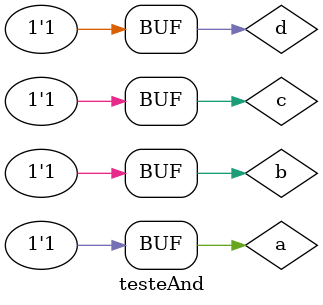
<source format=v>

module andgate (output s, input a, input b);
assign s = a&b;
endmodule

module andgate4(output s, input a, input b,input c,input d);
wire aux,aux2;
andgate a1(aux,a,b);
andgate a2(aux2,c,d);
assign s = aux & aux2;
endmodule

module testeAnd;

wire s;
reg a, b, c, d;

andgate4 A1 (s,a,b,c,d);

initial begin:start

a=0;
b=0;
c=0;
d=0;

end

initial begin:main
$display("Exercicio 002 - Guilherme Diniz de Assumpcao - 462269 ");
$display("Test and:");
$monitor("%d\t%b and %b and %b and %b = %b", $time, a, b,c,d, s);
#1 a=0;b=0;c=0;d=1;
#1 a=0;b=0;c=1;d=0;
#1 a=0;b=0;c=1;d=1;
#1 a=0;b=1;c=0;d=0;
#1 a=0;b=1;c=0;d=1;
#1 a=0;b=1;c=1;d=0;
#1 a=0;b=1;c=1;d=1;
#1 a=1;b=0;c=0;d=0;
#1 a=1;b=0;c=0;d=1;
#1 a=1;b=0;c=1;d=0;
#1 a=1;b=0;c=1;d=1;
#1 a=1;b=1;c=0;d=0;
#1 a=1;b=1;c=0;d=1;
#1 a=1;b=1;c=1;d=0;
#1 a=1;b=1;c=1;d=1;
end
endmodule
</source>
